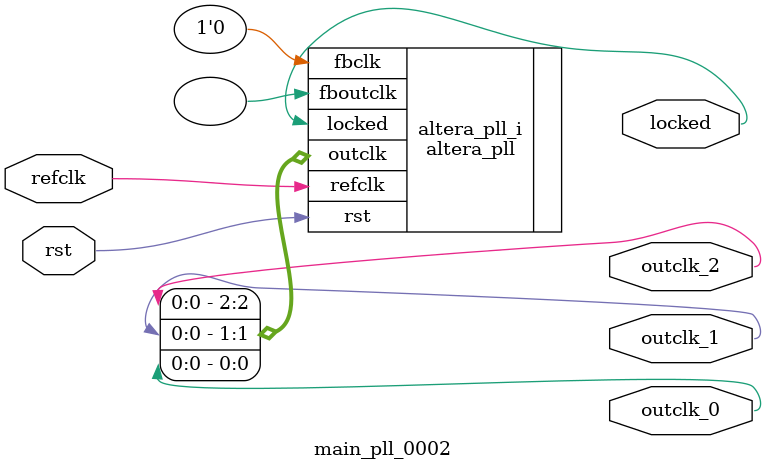
<source format=v>
`timescale 1ns/10ps
module  main_pll_0002(

	// interface 'refclk'
	input wire refclk,

	// interface 'reset'
	input wire rst,

	// interface 'outclk0'
	output wire outclk_0,

	// interface 'outclk1'
	output wire outclk_1,

	// interface 'outclk2'
	output wire outclk_2,

	// interface 'locked'
	output wire locked
);

	altera_pll #(
		.fractional_vco_multiplier("false"),
		.reference_clock_frequency("100.0 MHz"),
		.operation_mode("normal"),
		.number_of_clocks(3),
		.output_clock_frequency0("100.000000 MHz"),
		.phase_shift0("0 ps"),
		.duty_cycle0(50),
		.output_clock_frequency1("200.000000 MHz"),
		.phase_shift1("0 ps"),
		.duty_cycle1(50),
		.output_clock_frequency2("100.000000 MHz"),
		.phase_shift2("1000 ps"),
		.duty_cycle2(50),
		.output_clock_frequency3("0 MHz"),
		.phase_shift3("0 ps"),
		.duty_cycle3(50),
		.output_clock_frequency4("0 MHz"),
		.phase_shift4("0 ps"),
		.duty_cycle4(50),
		.output_clock_frequency5("0 MHz"),
		.phase_shift5("0 ps"),
		.duty_cycle5(50),
		.output_clock_frequency6("0 MHz"),
		.phase_shift6("0 ps"),
		.duty_cycle6(50),
		.output_clock_frequency7("0 MHz"),
		.phase_shift7("0 ps"),
		.duty_cycle7(50),
		.output_clock_frequency8("0 MHz"),
		.phase_shift8("0 ps"),
		.duty_cycle8(50),
		.output_clock_frequency9("0 MHz"),
		.phase_shift9("0 ps"),
		.duty_cycle9(50),
		.output_clock_frequency10("0 MHz"),
		.phase_shift10("0 ps"),
		.duty_cycle10(50),
		.output_clock_frequency11("0 MHz"),
		.phase_shift11("0 ps"),
		.duty_cycle11(50),
		.output_clock_frequency12("0 MHz"),
		.phase_shift12("0 ps"),
		.duty_cycle12(50),
		.output_clock_frequency13("0 MHz"),
		.phase_shift13("0 ps"),
		.duty_cycle13(50),
		.output_clock_frequency14("0 MHz"),
		.phase_shift14("0 ps"),
		.duty_cycle14(50),
		.output_clock_frequency15("0 MHz"),
		.phase_shift15("0 ps"),
		.duty_cycle15(50),
		.output_clock_frequency16("0 MHz"),
		.phase_shift16("0 ps"),
		.duty_cycle16(50),
		.output_clock_frequency17("0 MHz"),
		.phase_shift17("0 ps"),
		.duty_cycle17(50),
		.pll_type("General"),
		.pll_subtype("General")
	) altera_pll_i (
		.rst	(rst),
		.outclk	({outclk_2, outclk_1, outclk_0}),
		.locked	(locked),
		.fboutclk	( ),
		.fbclk	(1'b0),
		.refclk	(refclk)
	);
endmodule


</source>
